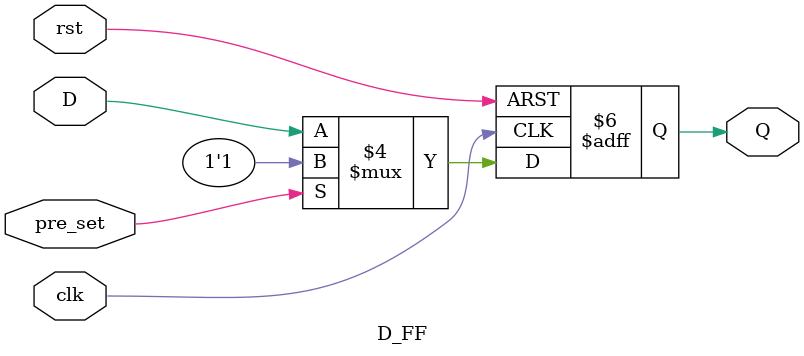
<source format=sv>
module D_FF
(
	input logic pre_set,
	input logic clk,
	input logic rst,
	input logic D,
	output logic Q
);

always_ff @(posedge clk or negedge rst)
begin 
	if (!rst)
	Q<= 1'b0;
	else if (pre_set)
	Q<= 1'b1;
	else 
	Q<= D;
end 
endmodule
</source>
